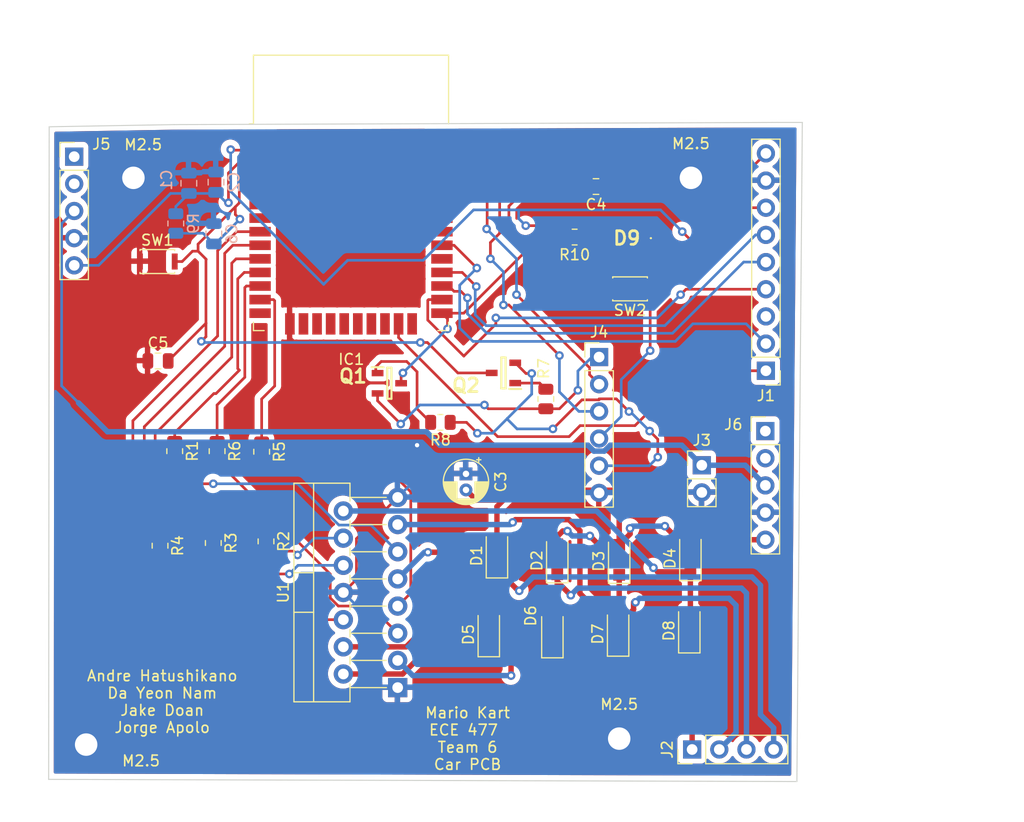
<source format=kicad_pcb>
(kicad_pcb (version 20211014) (generator pcbnew)
  (layers (0 "F.Cu" signal) (31 "B.Cu" signal) (34 "B.Paste" user) (35 "F.Paste" user) (36 "B.SilkS" user "B.Silkscreen") (37 "F.SilkS" user "F.Silkscreen") (38 "B.Mask" user) (39 "F.Mask" user) (44 "Edge.Cuts" user))
  (net 0 "")
  (net 1 "GND")
  (net 2 "OUT1")
  (net 3 "OUT2")
  (net 4 "OUT3")
  (net 5 "OUT4")
  (net 23 "Vout")
  (net 25 "GPIO0")
  (net 27 "EN")
  (net 28 "GPIO32")
  (net 29 "GPIO33")
  (net 30 "GPIO25")
  (net 31 "GPIO26")
  (net 32 "GPIO27")
  (net 33 "GPIO14")
  (net 34 "SS")
  (net 35 "MOSI")
  (net 36 "MISO")
  (net 37 "IRQ")
  (net 38 "SCK")
  (net 39 "RX")
  (net 40 "TX")
  (net 41 "DTR")
  (net 42 "CTS")
  (net 43 "B+")
  (net 48 "Net-(R2-Pad2)")
  (net 49 "Net-(Q2-Pad1)")
  (net 51 "Net-(Q1-Pad1)")
  (net 52 "Net-(R1-Pad2)")
  (net 53 "Net-(R3-Pad2)")
  (net 54 "Net-(R4-Pad2)")
  (net 55 "Net-(R5-Pad2)")
  (net 56 "Net-(R6-Pad2)")
  (net 57 "3.3V")
  (net 58 "Net-(D9-Pad2)")
  (footprint "Button_Switch_SMD:SW_SPST_CK_KXT3" (layer "F.Cu") (at 107.644 65.5468 180)
    (fp_text reference "SW2")
    (fp_text value "SW_Push")
  )
  (footprint "Resistor_SMD:R_0805_2012Metric" (layer "F.Cu") (at 65.0748 80.7193 -90)
    (fp_text reference "R1")
    (fp_text value "20")
  )
  (footprint "Diode_SMD:D_SOD-123F" (layer "F.Cu") (at 113.284 90.6272 90)
    (fp_text reference "D4")
    (fp_text value "IN4148")
  )
  (footprint "Connector_PinHeader_2.54mm:PinHeader_1x06_P2.54mm_Vertical" (layer "F.Cu") (at 104.7496 71.922)
    (fp_text reference "J4")
    (fp_text value "Conn_01x06_Female")
  )
  (footprint "Resistor_SMD:R_0805_2012Metric" (layer "F.Cu") (at 73.6092 89.154 -90)
    (fp_text reference "R2")
    (fp_text value "20")
  )
  (footprint "MountingHole:MountingHole_2.1mm" (layer "F.Cu") (at 106.6292 107.5944)
    (fp_text reference "M2.5")
    (fp_text value "MountingHole_2.1mm")
  )
  (footprint "Resistor_SMD:R_0805_2012Metric" (layer "F.Cu") (at 99.7712 75.8444 90)
    (fp_text reference "R7")
    (fp_text value "10k")
  )
  (footprint "Diode_SMD:D_SOD-123F" (layer "F.Cu") (at 94.4372 97.7392 90)
    (fp_text reference "D5")
    (fp_text value "IN4148")
  )
  (footprint "Connector_PinHeader_2.54mm:PinHeader_1x09_P2.54mm_Vertical" (layer "F.Cu") (at 120.3452 73.2028 180)
    (fp_text reference "J1")
    (fp_text value "Conn_01x09_Female")
  )
  (footprint "MountingHole:MountingHole_2.1mm" (layer "F.Cu") (at 113.3348 55.1688)
    (fp_text reference "M2.5")
    (fp_text value "MountingHole_2.1mm")
  )
  (footprint "Connector_PinHeader_2.54mm:PinHeader_1x04_P2.54mm_Vertical" (layer "F.Cu") (at 113.4464 108.6104 90)
    (fp_text reference "J2")
    (fp_text value "Conn_01x04_Male")
  )
  (footprint "Resistor_SMD:R_0805_2012Metric" (layer "F.Cu") (at 63.7032 89.5604 -90)
    (fp_text reference "R4")
    (fp_text value "20")
  )
  (footprint "Diode_SMD:D_SOD-123F" (layer "F.Cu") (at 106.6292 90.8812 90)
    (fp_text reference "D3")
    (fp_text value "IN4148")
  )
  (footprint "SamacSys_Parts:SOT95P240X115-3N" (layer "F.Cu") (at 95.8088 73.406 180)
    (fp_text reference "Q2")
    (fp_text value "SS8050-G" hide)
  )
  (footprint "SamacSys_Parts:APHCM2012QBCDF01" (layer "F.Cu") (at 107.3404 60.8076 180)
    (fp_text reference "D9")
    (fp_text value "LED" hide)
  )
  (footprint "Resistor_SMD:R_0805_2012Metric" (layer "F.Cu") (at 89.9141 78.0288 180)
    (fp_text reference "R8")
    (fp_text value "10k")
  )
  (footprint "Connector_PinHeader_2.54mm:PinHeader_1x02_P2.54mm_Vertical" (layer "F.Cu") (at 114.3508 82.037)
    (fp_text reference "J3")
    (fp_text value "Conn_01x02_Female")
  )
  (footprint "Resistor_SMD:R_0805_2012Metric" (layer "F.Cu") (at 68.6816 89.3064 -90)
    (fp_text reference "R3")
    (fp_text value "20")
  )
  (footprint "Resistor_SMD:R_0805_2012Metric" (layer "F.Cu") (at 73.2028 80.7739 -90)
    (fp_text reference "R5")
    (fp_text value "20")
  )
  (footprint "Package_TO_SOT_THT:TO-220-15_P2.54x2.54mm_StaggerOdd_Lead4.58mm_Vertical" (layer "F.Cu") (at 85.9198 102.8242 90)
    (fp_text reference "U1")
    (fp_text value "L298HN")
  )
  (footprint "MountingHole:MountingHole_2.1mm" (layer "F.Cu") (at 61.214 55.1688)
    (fp_text reference "M2.5")
    (fp_text value "MountingHole_2.1mm")
  )
  (footprint "Capacitor_THT:CP_Radial_D4.0mm_P1.50mm" (layer "F.Cu") (at 92.3036 82.843401 -90)
    (fp_text reference "C3")
    (fp_text value "10uF")
  )
  (footprint "Diode_SMD:D_SOD-123F" (layer "F.Cu") (at 100.3808 97.8408 90)
    (fp_text reference "D6")
    (fp_text value "IN4148")
  )
  (footprint "Diode_SMD:D_SOD-123F" (layer "F.Cu") (at 100.838 90.8304 90)
    (fp_text reference "D2")
    (fp_text value "IN4148")
  )
  (footprint "MountingHole:MountingHole_2.1mm" (layer "F.Cu") (at 56.7944 108.1532)
    (fp_text reference "M2.5")
    (fp_text value "MountingHole_2.1mm")
  )
  (footprint "Diode_SMD:D_SOD-123F" (layer "F.Cu") (at 95.1992 90.3732 90)
    (fp_text reference "D1")
    (fp_text value "IN4148")
  )
  (footprint "Button_Switch_SMD:SW_SPST_CK_KXT3" (layer "F.Cu") (at 63.4492 62.992)
    (fp_text reference "SW1")
    (fp_text value "SW_Push")
  )
  (footprint "Connector_PinHeader_2.54mm:PinHeader_1x05_P2.54mm_Vertical" (layer "F.Cu") (at 120.2944 78.8416)
    (fp_text reference "J6")
    (fp_text value "Conn_01x05_Female")
  )
  (footprint "Connector_PinHeader_2.54mm:PinHeader_1x05_P2.54mm_Vertical" (layer "F.Cu") (at 55.6768 53.1876)
    (fp_text reference "J5")
    (fp_text value "Conn_01x05_Female")
  )
  (footprint "Resistor_SMD:R_0805_2012Metric" (layer "F.Cu") (at 69.0372 80.7212 -90)
    (fp_text reference "R6")
    (fp_text value "20")
  )
  (footprint "RF_Module:ESP32-SOLO-ONE" (layer "F.Cu") (at 81.5568 59.5668)
    (fp_text reference "IC1")
    (fp_text value "ESP32-SOLO-1")
  )
  (footprint "Diode_SMD:D_SOD-123F" (layer "F.Cu") (at 106.5276 97.6884 90)
    (fp_text reference "D7")
    (fp_text value "IN4148")
  )
  (footprint "Resistor_SMD:R_0805_2012Metric" (layer "F.Cu") (at 102.4636 60.706 180)
    (fp_text reference "R10")
    (fp_text value "10k")
  )
  (footprint "Capacitor_SMD:C_0805_2012Metric" (layer "F.Cu") (at 104.46 55.9816 180)
    (fp_text reference "C4")
    (fp_text value "100nF")
  )
  (footprint "SamacSys_Parts:SOT95P240X115-3N" (layer "F.Cu") (at 85.1408 74.3712)
    (fp_text reference "Q1")
    (fp_text value "SS8050-G" hide)
  )
  (footprint "Capacitor_SMD:C_0805_2012Metric" (layer "F.Cu") (at 63.5152 72.2884)
    (fp_text reference "C5")
    (fp_text value "100nF")
  )
  (footprint "Diode_SMD:D_SOD-123F" (layer "F.Cu") (at 113.1824 97.3836 90)
    (fp_text reference "D8")
    (fp_text value "IN4148")
  )
  (footprint "Capacitor_SMD:C_0805_2012Metric" (layer "B.Cu") (at 68.9356 55.5752 90)
    (fp_text reference "C2")
    (fp_text value "100nF")
  )
  (footprint "Resistor_SMD:R_0805_2012Metric" (layer "B.Cu") (at 65.1764 59.4341 90)
    (fp_text reference "R9")
    (fp_text value "10k")
  )
  (footprint "Capacitor_SMD:C_0805_2012Metric" (layer "B.Cu") (at 66.3956 55.6768 90)
    (fp_text reference "C1")
    (fp_text value "22uF")
  )
  (footprint "Capacitor_SMD:C_0805_2012Metric" (layer "B.Cu") (at 68.7324 60.4012 90)
    (fp_text reference "C6")
    (fp_text value "100nF")
  )
  (gr_line (start 53.2892 111.4044) (end 53.34 50.3936) (layer "Edge.Cuts") (width 0.1))
  (gr_line (start 123.2408 111.6076) (end 53.2892 111.4044) (layer "Edge.Cuts") (width 0.1))
  (gr_line (start 121.4628 49.9872) (end 123.7488 49.9872) (layer "Edge.Cuts") (width 0.1))
  (gr_line (start 65.024 50.1904) (end 121.4628 49.9872) (layer "Edge.Cuts") (width 0.1))
  (gr_line (start 123.7488 49.9872) (end 123.2408 111.6076) (layer "Edge.Cuts") (width 0.1))
  (gr_line (start 53.34 50.3936) (end 65.024 50.1904) (layer "Edge.Cuts") (width 0.1))
  (gr_text "Andre Hatushikano\nDa Yeon Nam\nJake Doan\nJorge Apolo" (at 63.9064 104.14) (layer "F.SilkS") (effects (font (size 1 1))))
  (gr_text "Mario Kart\nECE 477 \nTeam 6\nCar PCB\n" (at 92.456 107.5944) (layer "F.SilkS") (effects (font (size 1 1))))
  (segment (start 85.9324 80.1624) (end 87.7316 80.1624) (width 0.25) (layer "F.Cu") (net 1))
  (segment (start 106.5276 102.0672) (end 105.7706 102.8242) (width 0.25) (layer "F.Cu") (net 1))
  (segment (start 75.8418 63.8582) (end 81.28 58.42) (width 0.25) (layer "F.Cu") (net 1))
  (segment (start 106.5276 101.6) (end 106.5276 102.0672) (width 0.25) (layer "F.Cu") (net 1))
  (segment (start 105.7706 102.8242) (end 106.7258 102.8242) (width 0.25) (layer "F.Cu") (net 1))
  (segment (start 90.0568 51.3118) (end 100.7402 51.3118) (width 0.25) (layer "F.Cu") (net 1))
  (segment (start 113.1824 102.0572) (end 112.4154 102.8242) (width 0.25) (layer "F.Cu") (net 1))
  (segment (start 90.0568 51.3118) (end 88.3882 51.3118) (width 0.25) (layer "F.Cu") (net 1))
  (segment (start 113.1824 98.7836) (end 113.1824 102.0572) (width 0.25) (layer "F.Cu") (net 1))
  (segment (start 85.9198 85.0442) (end 82.064311 88.899689) (width 0.25) (layer "F.Cu") (net 1))
  (segment (start 100.3808 102.0572) (end 99.7154 102.7226) (width 0.25) (layer "F.Cu") (net 1))
  (segment (start 100.7402 51.3118) (end 105.41 55.9816) (width 0.25) (layer "F.Cu") (net 1))
  (segment (start 106.5276 99.0884) (end 106.5276 101.6) (width 0.25) (layer "F.Cu") (net 1))
  (segment (start 75.8418 70.0718) (end 85.9324 80.1624) (width 0.25) (layer "F.Cu") (net 1))
  (segment (start 100.4366 102.8242) (end 105.7706 102.8242) (width 0.25) (layer "F.Cu") (net 1))
  (segment (start 75.8418 68.8218) (end 75.8418 70.0718) (width 0.25) (layer "F.Cu") (net 1))
  (segment (start 88.3882 51.3118) (end 81.28 58.42) (width 0.25) (layer "F.Cu") (net 1))
  (segment (start 85.9198 102.8242) (end 93.6802 102.8242) (width 0.25) (layer "F.Cu") (net 1))
  (segment (start 75.8418 68.8218) (end 75.8418 63.8582) (width 0.25) (layer "F.Cu") (net 1))
  (segment (start 74.1718 51.3118) (end 81.28 58.42) (width 0.25) (layer "F.Cu") (net 1))
  (segment (start 106.7258 102.8242) (end 112.4154 102.8242) (width 0.25) (layer "F.Cu") (net 1))
  (segment (start 94.4372 99.1392) (end 94.4372 102.0064) (width 0.25) (layer "F.Cu") (net 1))
  (segment (start 99.7154 102.8242) (end 100.4366 102.8242) (width 0.25) (layer "F.Cu") (net 1))
  (segment (start 99.7154 102.7226) (end 99.7154 102.8242) (width 0.25) (layer "F.Cu") (net 1))
  (segment (start 93.6802 102.8242) (end 93.6802 102.7634) (width 0.25) (layer "F.Cu") (net 1))
  (segment (start 82.064311 88.899689) (end 82.064311 92.709689) (width 0.25) (layer "F.Cu") (net 1))
  (segment (start 93.6802 102.8242) (end 94.3306 102.8242) (width 0.25) (layer "F.Cu") (net 1))
  (segment (start 94.3306 102.8242) (end 99.7154 102.8242) (width 0.25) (layer "F.Cu") (net 1))
  (segment (start 93.6802 102.7634) (end 94.4372 102.0064) (width 0.25) (layer "F.Cu") (net 1))
  (segment (start 82.064311 92.709689) (end 80.8398 93.9342) (width 0.25) (layer "F.Cu") (net 1))
  (segment (start 100.3808 99.2408) (end 100.3808 102.0572) (width 0.25) (layer "F.Cu") (net 1))
  (via (at 87.7316 80.1624) (size 0.8) (drill 0.4) (layers "F.Cu" "B.Cu") (net 1))
  (segment (start 84.2314 102.8242) (end 83.4644 102.0572) (width 0.25) (layer "B.Cu") (net 1))
  (segment (start 87.744911 83.219089) (end 85.9198 85.0442) (width 0.25) (layer "B.Cu") (net 1))
  (segment (start 87.7316 80.1624) (end 87.744911 80.175711) (width 0.25) (layer "B.Cu") (net 1))
  (segment (start 83.4644 96.5588) (end 80.8398 93.9342) (width 0.25) (layer "B.Cu") (net 1))
  (segment (start 87.744911 80.175711) (end 87.744911 82.614111) (width 0.25) (layer "B.Cu") (net 1))
  (segment (start 87.974201 82.843401) (end 92.3036 82.843401) (width 0.25) (layer "B.Cu") (net 1))
  (segment (start 85.9198 102.8242) (end 84.2314 102.8242) (width 0.25) (layer "B.Cu") (net 1))
  (segment (start 87.744911 82.614111) (end 87.974201 82.843401) (width 0.25) (layer "B.Cu") (net 1))
  (segment (start 87.744911 82.614111) (end 87.744911 83.219089) (width 0.25) (layer "B.Cu") (net 1))
  (segment (start 83.4644 102.0572) (end 83.4644 96.5588) (width 0.25) (layer "B.Cu") (net 1))
  (segment (start 95.1992 95.5772) (end 94.4372 96.3392) (width 0.508) (layer "F.Cu") (net 2))
  (segment (start 97.2028 93.7768) (end 95.1992 91.7732) (width 0.508) (layer "F.Cu") (net 2))
  (segment (start 86.381521 101.5542) (end 80.8398 101.5542) (width 0.508) (layer "F.Cu") (net 2))
  (segment (start 97.282 93.7768) (end 97.2028 93.7768) (width 0.25) (layer "F.Cu") (net 2))
  (segment (start 95.1992 92.736521) (end 86.381521 101.5542) (width 0.508) (layer "F.Cu") (net 2))
  (segment (start 95.1992 91.7732) (end 95.1992 95.5772) (width 0.508) (layer "F.Cu") (net 2))
  (via (at 97.282 93.7768) (size 0.8) (drill 0.4) (layers "F.Cu" "B.Cu") (net 2))
  (segment (start 98.5788 92.48) (end 97.282 93.7768) (width 0.508) (layer "B.Cu") (net 2))
  (segment (start 119.0512 92.48) (end 98.5788 92.48) (width 0.508) (layer "B.Cu") (net 2))
  (segment (start 121.0664 108.6104) (end 121.0664 106.5884) (width 0.508) (layer "B.Cu") (net 2))
  (segment (start 119.8372 93.2688) (end 119.0512 92.4828) (width 0.508) (layer "B.Cu") (net 2))
  (segment (start 121.0664 106.5884) (end 119.8372 105.3592) (width 0.508) (layer "B.Cu") (net 2))
  (segment (start 119.8372 105.3592) (end 119.8372 93.2688) (width 0.508) (layer "B.Cu") (net 2))
  (segment (start 119.0512 92.4828) (end 119.0512 92.48) (width 0.25) (layer "B.Cu") (net 2))
  (segment (start 100.3808 96.4408) (end 96.52 100.3016) (width 0.508) (layer "F.Cu") (net 3))
  (segment (start 96.52 100.3016) (end 96.52 101.7016) (width 0.508) (layer "F.Cu") (net 3))
  (segment (start 102.103701 94.187499) (end 100.838 92.921798) (width 0.508) (layer "F.Cu") (net 3))
  (segment (start 100.838 95.9836) (end 100.3808 96.4408) (width 0.25) (layer "F.Cu") (net 3))
  (segment (start 100.838 92.2304) (end 100.838 95.9836) (width 0.508) (layer "F.Cu") (net 3))
  (via (at 102.103701 94.187499) (size 0.8) (drill 0.4) (layers "F.Cu" "B.Cu") (net 3))
  (via (at 96.52 101.7016) (size 0.8) (drill 0.4) (layers "F.Cu" "B.Cu") (net 3))
  (segment (start 102.7684 93.5228) (end 102.103701 94.187499) (width 0.508) (layer "B.Cu") (net 3))
  (segment (start 118.0592 93.5228) (end 102.7684 93.5228) (width 0.508) (layer "B.Cu") (net 3))
  (segment (start 118.5264 108.6104) (end 118.5264 93.99) (width 0.508) (layer "B.Cu") (net 3))
  (segment (start 118.5264 93.99) (end 118.0592 93.5228) (width 0.508) (layer "B.Cu") (net 3))
  (segment (start 96.52 101.7016) (end 87.3372 101.7016) (width 0.508) (layer "B.Cu") (net 3))
  (segment (start 87.3372 101.7016) (end 85.9198 100.2842) (width 0.508) (layer "B.Cu") (net 3))
  (segment (start 102.957212 88.149064) (end 101.930148 87.122) (width 0.508) (layer "F.Cu") (net 4))
  (segment (start 108.1532 94.8436) (end 107.9724 94.8436) (width 0.25) (layer "F.Cu") (net 4))
  (segment (start 107.9724 95.5324) (end 107.9724 94.8436) (width 0.508) (layer "F.Cu") (net 4))
  (segment (start 96.774 87.2744) (end 96.6724 87.376) (width 0.25) (layer "F.Cu") (net 4))
  (segment (start 106.5276 96.2884) (end 105.2292 96.2884) (width 0.508) (layer "F.Cu") (net 4))
  (segment (start 107.2164 96.2884) (end 107.9724 95.5324) (width 0.508) (layer "F.Cu") (net 4))
  (segment (start 106.5276 96.2884) (end 107.2164 96.2884) (width 0.508) (layer "F.Cu") (net 4))
  (segment (start 105.2292 96.2884) (end 102.957212 94.016412) (width 0.508) (layer "F.Cu") (net 4))
  (segment (start 106.6292 92.2812) (end 106.6292 96.1868) (width 0.508) (layer "F.Cu") (net 4))
  (segment (start 102.957212 94.016412) (end 102.957212 88.149064) (width 0.508) (layer "F.Cu") (net 4))
  (segment (start 101.930148 87.122) (end 96.9264 87.122) (width 0.508) (layer "F.Cu") (net 4))
  (segment (start 96.9264 87.122) (end 96.774 87.2744) (width 0.508) (layer "F.Cu") (net 4))
  (via (at 96.6724 87.376) (size 0.8) (drill 0.4) (layers "F.Cu" "B.Cu") (net 4))
  (via (at 108.1532 94.8436) (size 0.8) (drill 0.4) (layers "F.Cu" "B.Cu") (net 4))
  (segment (start 108.5168 94.48) (end 116.8988 94.48) (width 0.508) (layer "B.Cu") (net 4))
  (segment (start 96.4642 87.5842) (end 85.9198 87.5842) (width 0.508) (layer "B.Cu") (net 4))
  (segment (start 116.8988 94.48) (end 117.5512 95.1324) (width 0.508) (layer "B.Cu") (net 4))
  (segment (start 117.5512 95.1324) (end 117.5512 107.0456) (width 0.508) (layer "B.Cu") (net 4))
  (segment (start 108.1532 94.8436) (end 108.5168 94.48) (width 0.508) (layer "B.Cu") (net 4))
  (segment (start 96.6724 87.376) (end 96.4642 87.5842) (width 0.25) (layer "B.Cu") (net 4))
  (segment (start 117.5512 107.0456) (end 115.9864 108.6104) (width 0.508) (layer "B.Cu") (net 4))
  (segment (start 115.5192 98.3204) (end 113.1824 95.9836) (width 0.508) (layer "F.Cu") (net 5))
  (segment (start 113.284 95.882) (end 113.1824 95.9836) (width 0.25) (layer "F.Cu") (net 5))
  (segment (start 113.284 92.0272) (end 113.284 95.882) (width 0.508) (layer "F.Cu") (net 5))
  (segment (start 113.4464 108.6104) (end 113.4464 104.638) (width 0.508) (layer "F.Cu") (net 5))
  (segment (start 110.2019 91.9988) (end 113.2556 91.9988) (width 0.508) (layer "F.Cu") (net 5))
  (segment (start 109.8296 91.6265) (end 110.2019 91.9988) (width 0.25) (layer "F.Cu") (net 5))
  (segment (start 113.4464 104.638) (end 115.5192 102.5652) (width 0.508) (layer "F.Cu") (net 5))
  (segment (start 115.5192 102.5652) (end 115.5192 98.3204) (width 0.508) (layer "F.Cu") (net 5))
  (segment (start 113.2556 91.9988) (end 113.284 92.0272) (width 0.25) (layer "F.Cu") (net 5))
  (via (at 109.8296 91.6265) (size 0.8) (drill 0.4) (layers "F.Cu" "B.Cu") (net 5))
  (segment (start 104.5173 86.3142) (end 109.8296 91.6265) (width 0.508) (layer "B.Cu") (net 5))
  (segment (start 80.8398 86.3142) (end 104.5173 86.3142) (width 0.508) (layer "B.Cu") (net 5))
  (segment (start 88.5952 92.964) (end 88.5952 97.1296) (width 0.508) (layer "F.Cu") (net 23))
  (segment (start 95.8088 85.2932) (end 93.253399 85.2932) (width 0.508) (layer "F.Cu") (net 23))
  (segment (start 96.732 84.37) (end 106.4172 84.37) (width 0.5) (layer "F.Cu") (net 23))
  (segment (start 101.7899 88.1888) (end 101.346 88.1888) (width 0.508) (layer "F.Cu") (net 23))
  (segment (start 104.7212 89.4812) (end 103.886 88.646) (width 0.508) (layer "F.Cu") (net 23))
  (segment (start 106.6292 89.4812) (end 106.6292 84.582) (width 0.508) (layer "F.Cu") (net 23))
  (segment (start 88.7476 90.17) (end 89.8652 90.17) (width 0.508) (layer "F.Cu") (net 23))
  (segment (start 107.6452 88.4652) (end 106.6292 89.4812) (width 0.508) (layer "F.Cu") (net 23))
  (segment (start 86.7106 99.0142) (end 80.8398 99.0142) (width 0.508) (layer "F.Cu") (net 23))
  (segment (start 112.392 89.2272) (end 110.8964 87.7316) (width 0.508) (layer "F.Cu") (net 23))
  (segment (start 90.6272 90.932) (end 88.5952 92.964) (width 0.508) (layer "F.Cu") (net 23))
  (segment (start 120.2944 89.0016) (end 113.5096 89.0016) (width 0.508) (layer "F.Cu") (net 23))
  (segment (start 113.5096 89.0016) (end 113.284 89.2272) (width 0.25) (layer "F.Cu") (net 23))
  (segment (start 95.1992 88.9732) (end 95.1992 85.9028) (width 0.5) (layer "F.Cu") (net 23))
  (segment (start 95.1992 88.9732) (end 92.586 88.9732) (width 0.5) (layer "F.Cu") (net 23))
  (segment (start 113.284 89.2272) (end 112.392 89.2272) (width 0.508) (layer "F.Cu") (net 23))
  (segment (start 89.8652 90.17) (end 90.6272 90.932) (width 0.508) (layer "F.Cu") (net 23))
  (segment (start 95.1992 85.9028) (end 95.8088 85.2932) (width 0.5) (layer "F.Cu") (net 23))
  (segment (start 88.5952 97.1296) (end 86.7106 99.0142) (width 0.508) (layer "F.Cu") (net 23))
  (segment (start 100.838 89.4304) (end 95.6564 89.4304) (width 0.508) (layer "F.Cu") (net 23))
  (segment (start 107.6452 87.9348) (end 107.6452 88.4652) (width 0.508) (layer "F.Cu") (net 23))
  (segment (start 95.6564 89.4304) (end 95.1992 88.9732) (width 0.508) (layer "F.Cu") (net 23))
  (segment (start 92.586 88.9732) (end 90.6272 90.932) (width 0.5) (layer "F.Cu") (net 23))
  (segment (start 95.8088 85.2932) (end 96.732 84.37) (width 0.5) (layer "F.Cu") (net 23))
  (segment (start 100.838 88.6968) (end 100.838 89.4304) (width 0.508) (layer "F.Cu") (net 23))
  (segment (start 106.6292 89.4812) (end 104.7212 89.4812) (width 0.508) (layer "F.Cu") (net 23))
  (segment (start 93.253399 85.2932) (end 92.3036 84.343401) (width 0.508) (layer "F.Cu") (net 23))
  (segment (start 106.6292 84.582) (end 106.4172 84.37) (width 0.5) (layer "F.Cu") (net 23))
  (segment (start 101.346 88.1888) (end 100.838 88.6968) (width 0.508) (layer "F.Cu") (net 23))
  (via (at 103.886 88.646) (size 0.8) (drill 0.4) (layers "F.Cu" "B.Cu") (net 23))
  (via (at 101.7899 88.1888) (size 0.8) (drill 0.4) (layers "F.Cu" "B.Cu") (net 23))
  (via (at 107.6452 87.9348) (size 0.8) (drill 0.4) (layers "F.Cu" "B.Cu") (net 23))
  (via (at 88.7476 90.17) (size 0.8) (drill 0.4) (layers "F.Cu" "B.Cu") (net 23))
  (via (at 110.8964 87.7316) (size 0.8) (drill 0.4) (layers "F.Cu" "B.Cu") (net 23))
  (segment (start 88.414 90.17) (end 88.7476 90.17) (width 0.25) (layer "B.Cu") (net 23))
  (segment (start 102.2471 88.646) (end 101.7899 88.1888) (width 0.508) (layer "B.Cu") (net 23))
  (segment (start 103.886 88.646) (end 102.2471 88.646) (width 0.508) (layer "B.Cu") (net 23))
  (segment (start 110.8964 87.7316) (end 107.8484 87.7316) (width 0.508) (layer "B.Cu") (net 23))
  (segment (start 85.9198 92.6642) (end 88.414 90.17) (width 0.508) (layer "B.Cu") (net 23))
  (segment (start 107.8484 87.7316) (end 107.6452 87.9348) (width 0.25) (layer "B.Cu") (net 23))
  (segment (start 96.3168 60.7196) (end 97.7578 62.1606) (width 0.25) (layer "F.Cu") (net 25))
  (segment (start 86.2408 74.3712) (end 86.2408 73.576) (width 0.25) (layer "F.Cu") (net 25))
  (segment (start 98.1456 55.9816) (end 96.3168 57.8104) (width 0.25) (layer "F.Cu") (net 25))
  (segment (start 96.3168 57.8104) (end 96.3168 60.7196) (width 0.25) (layer "F.Cu") (net 25))
  (segment (start 90.580699 68.345699) (end 90.0568 67.8218) (width 0.25) (layer "F.Cu") (net 25))
  (segment (start 103.51 55.9816) (end 98.1456 55.9816) (width 0.25) (layer "F.Cu") (net 25))
  (segment (start 92.0966 67.8218) (end 97.7578 62.1606) (width 0.25) (layer "F.Cu") (net 25))
  (segment (start 97.7578 62.1606) (end 101.144 65.5468) (width 0.25) (layer "F.Cu") (net 25))
  (segment (start 90.0568 67.8218) (end 92.0966 67.8218) (width 0.25) (layer "F.Cu") (net 25))
  (segment (start 86.2408 73.576) (end 86.4108 73.406) (width 0.25) (layer "F.Cu") (net 25))
  (segment (start 90.580699 69.286901) (end 90.580699 68.345699) (width 0.25) (layer "F.Cu") (net 25))
  (segment (start 106.019 65.5468) (end 101.144 65.5468) (width 0.25) (layer "F.Cu") (net 25))
  (via (at 90.580699 69.286901) (size 0.8) (drill 0.4) (layers "F.Cu" "B.Cu") (net 25))
  (via (at 86.4108 73.406) (size 0.8) (drill 0.4) (layers "F.Cu" "B.Cu") (net 25))
  (segment (start 86.4108 73.406) (end 90.529899 69.286901) (width 0.25) (layer "B.Cu") (net 25))
  (segment (start 90.529899 69.286901) (end 90.580699 69.286901) (width 0.25) (layer "B.Cu") (net 25))
  (segment (start 71.8068 53.8518) (end 73.0568 53.8518) (width 0.25) (layer "F.Cu") (net 27))
  (segment (start 67.559701 70.455301) (end 67.9958 70.019202) (width 0.25) (layer "F.Cu") (net 27))
  (segment (start 67.9958 68.7578) (end 67.9958 62.7846) (width 0.25) (layer "F.Cu") (net 27))
  (segment (start 88.6968 70.5612) (end 91.5416 73.406) (width 0.25) (layer "F.Cu") (net 27))
  (segment (start 71.11232 54.54628) (end 71.8068 53.8518) (width 0.25) (layer "F.Cu") (net 27))
  (segment (start 68.0212 62.7888) (end 67.2592 62.0268) (width 0.25) (layer "F.Cu") (net 27))
  (segment (start 70.739 58.5978) (end 70.739 57.8866) (width 0.25) (layer "F.Cu") (net 27))
  (segment (start 70.739 57.8866) (end 71.11232 57.51328) (width 0.25) (layer "F.Cu") (net 27))
  (segment (start 67.9958 70.019202) (end 67.9958 68.7578) (width 0.25) (layer "F.Cu") (net 27))
  (segment (start 67.2592 62.0268) (end 67.2592 61.3664) (width 0.25) (layer "F.Cu") (net 27))
  (segment (start 71.1708 59.0296) (end 70.739 58.5978) (width 0.25) (layer "F.Cu") (net 27))
  (segment (start 65.77 62.992) (end 65.0742 62.992) (width 0.25) (layer "F.Cu") (net 27))
  (segment (start 64.4652 72.2884) (end 67.9958 68.7578) (width 0.25) (layer "F.Cu") (net 27))
  (segment (start 94.7088 73.406) (end 91.5416 73.406) (width 0.25) (layer "F.Cu") (net 27))
  (segment (start 67.2592 61.3664) (end 70.739 57.8866) (width 0.25) (layer "F.Cu") (net 27))
  (segment (start 66.7352 62.0268) (end 65.77 62.992) (width 0.25) (layer "F.Cu") (net 27))
  (segment (start 71.11232 57.51328) (end 71.11232 54.54628) (width 0.25) (layer "F.Cu") (net 27))
  (segment (start 88.6968 70.5612) (end 88.0364 70.5612) (width 0.25) (layer "F.Cu") (net 27))
  (segment (start 67.2592 62.0268) (end 66.7352 62.0268) (width 0.25) (layer "F.Cu") (net 27))
  (via (at 71.1708 59.0296) (size 0.8) (drill 0.4) (layers "F.Cu" "B.Cu") (net 27))
  (via (at 67.559701 70.455301) (size 0.8) (drill 0.4) (layers "F.Cu" "B.Cu") (net 27))
  (via (at 88.0364 70.5612) (size 0.8) (drill 0.4) (layers "F.Cu" "B.Cu") (net 27))
  (segment (start 65.1764 60.3466) (end 67.7278 60.3466) (width 0.25) (layer "B.Cu") (net 27))
  (segment (start 67.6656 70.5612) (end 67.559701 70.455301) (width 0.25) (layer "B.Cu") (net 27))
  (segment (start 68.8492 61.3512) (end 71.1708 59.0296) (width 0.25) (layer "B.Cu") (net 27))
  (segment (start 88.0364 70.5612) (end 67.6656 70.5612) (width 0.25) (layer "B.Cu") (net 27))
  (segment (start 68.7324 61.3512) (end 68.8492 61.3512) (width 0.25) (layer "B.Cu") (net 27))
  (segment (start 67.7278 60.3466) (end 68.7324 61.3512) (width 0.25) (layer "B.Cu") (net 27))
  (segment (start 61.1632 85.8012) (end 61.1632 77.8764) (width 0.25) (layer "F.Cu") (net 28))
  (segment (start 69.088 61.976) (end 70.8622 60.2018) (width 0.25) (layer "F.Cu") (net 28))
  (segment (start 63.7032 88.3412) (end 61.1632 85.8012) (width 0.25) (layer "F.Cu") (net 28))
  (segment (start 61.1632 77.8764) (end 69.088 69.9516) (width 0.25) (layer "F.Cu") (net 28))
  (segment (start 70.8622 60.2018) (end 73.0568 60.2018) (width 0.25) (layer "F.Cu") (net 28))
  (segment (start 63.7032 88.6479) (end 63.7032 88.3412) (width 0.25) (layer "F.Cu") (net 28))
  (segment (start 69.088 69.9516) (end 69.088 61.976) (width 0.25) (layer "F.Cu") (net 28))
  (segment (start 62.23 78.4352) (end 62.23 84.0232) (width 0.25) (layer "F.Cu") (net 29))
  (segment (start 62.23 78.4352) (end 69.7484 70.9168) (width 0.25) (layer "F.Cu") (net 29))
  (segment (start 69.7484 62.23) (end 70.5066 61.4718) (width 0.25) (layer "F.Cu") (net 29))
  (segment (start 68.6816 88.3939) (end 66.6007 88.3939) (width 0.25) (layer "F.Cu") (net 29))
  (segment (start 66.6007 88.3939) (end 62.23 84.0232) (width 0.25) (layer "F.Cu") (net 29))
  (segment (start 69.7484 70.9168) (end 69.7484 62.23) (width 0.25) (layer "F.Cu") (net 29))
  (segment (start 70.5066 61.4718) (end 73.0568 61.4718) (width 0.25) (layer "F.Cu") (net 29))
  (segment (start 70.8114 62.7418) (end 73.0568 62.7418) (width 0.25) (layer "F.Cu") (net 30))
  (segment (start 70.3561 84.9884) (end 65.2272 84.9884) (width 0.25) (layer "F.Cu") (net 30))
  (segment (start 73.6092 88.2415) (end 70.3561 84.9884) (width 0.25) (layer "F.Cu") (net 30))
  (segment (start 70.4088 71.9328) (end 70.4088 63.1444) (width 0.25) (layer "F.Cu") (net 30))
  (segment (start 63.246 82.9564) (end 63.246 79.0956) (width 0.25) (layer "F.Cu") (net 30))
  (segment (start 65.2272 84.9884) (end 63.246 83.0072) (width 0.25) (layer "F.Cu") (net 30))
  (segment (start 70.4088 63.1444) (end 70.8114 62.7418) (width 0.25) (layer "F.Cu") (net 30))
  (segment (start 63.246 79.0956) (end 70.4088 71.9328) (width 0.25) (layer "F.Cu") (net 30))
  (segment (start 65.0748 79.8068) (end 65.0748 78.994) (width 0.25) (layer "F.Cu") (net 31))
  (segment (start 71.12 73.152) (end 68.9356 75.3364) (width 0.25) (layer "F.Cu") (net 31))
  (segment (start 70.9676 72.9996) (end 71.12 73.152) (width 0.25) (layer "F.Cu") (net 31))
  (segment (start 65.0748 78.994) (end 68.7324 75.3364) (width 0.25) (layer "F.Cu") (net 31))
  (segment (start 70.9676 64.6176) (end 70.9676 72.9996) (width 0.25) (layer "F.Cu") (net 31))
  (segment (start 73.0568 64.0118) (end 71.5734 64.0118) (width 0.25) (layer "F.Cu") (net 31))
  (segment (start 71.5734 64.0118) (end 70.9676 64.6176) (width 0.25) (layer "F.Cu") (net 31))
  (segment (start 68.9356 75.3364) (end 68.7324 75.3364) (width 0.25) (layer "F.Cu") (net 31))
  (segment (start 71.628 65.4304) (end 71.628 73.8124) (width 0.25) (layer "F.Cu") (net 32))
  (segment (start 69.0372 79.8087) (end 69.0372 76.4032) (width 0.25) (layer "F.Cu") (net 32))
  (segment (start 69.0372 76.4032) (end 71.628 73.8124) (width 0.25) (layer "F.Cu") (net 32))
  (segment (start 71.7766 65.2818) (end 71.628 65.4304) (width 0.25) (layer "F.Cu") (net 32))
  (segment (start 73.0568 65.2818) (end 71.7766 65.2818) (width 0.25) (layer "F.Cu") (net 32))
  (segment (start 74.422 66.667) (end 74.3068 66.5518) (width 0.25) (layer "F.Cu") (net 33))
  (segment (start 73.2028 79.8614) (end 73.2028 75.8444) (width 0.25) (layer "F.Cu") (net 33))
  (segment (start 73.2028 75.8444) (end 74.422 74.6252) (width 0.25) (layer "F.Cu") (net 33))
  (segment (start 74.422 74.6252) (end 74.422 66.667) (width 0.25) (layer "F.Cu") (net 33))
  (segment (start 74.3068 66.5518) (end 73.0568 66.5518) (width 0.25) (layer "F.Cu") (net 33))
  (segment (start 101.942289 79.362911) (end 102.9716 78.3336) (width 0.25) (layer "F.Cu") (net 34))
  (segment (start 86.0018 70.1014) (end 95.263311 79.362911) (width 0.25) (layer "F.Cu") (net 34))
  (segment (start 102.9716 78.3336) (end 108.1024 78.3336) (width 0.25) (layer "F.Cu") (net 34))
  (segment (start 95.263311 79.362911) (end 101.942289 79.362911) (width 0.25) (layer "F.Cu") (net 34))
  (segment (start 86.0018 68.8218) (end 86.0018 70.1014) (width 0.25) (layer "F.Cu") (net 34))
  (segment (start 108.1024 78.3336) (end 113.2332 73.2028) (width 0.25) (layer "F.Cu") (net 34))
  (segment (start 113.2332 73.2028) (end 120.3452 73.2028) (width 0.25) (layer "F.Cu") (net 34))
  (segment (start 88.8068 66.5518) (end 88.732289 66.626311) (width 0.25) (layer "F.Cu") (net 35))
  (segment (start 88.732289 68.463089) (end 92.1004 71.8312) (width 0.25) (layer "F.Cu") (net 35))
  (segment (start 112.8776 65.5828) (end 120.3452 65.5828) (width 0.25) (layer "F.Cu") (net 35))
  (segment (start 112.3696 66.0908) (end 112.8776 65.5828) (width 0.25) (layer "F.Cu") (net 35))
  (segment (start 88.732289 66.626311) (end 88.732289 68.463089) (width 0.25) (layer "F.Cu") (net 35))
  (segment (start 92.1004 71.8312) (end 95.0976 68.834) (width 0.25) (layer "F.Cu") (net 35))
  (segment (start 95.0976 68.834) (end 95.0976 68.2619) (width 0.25) (layer "F.Cu") (net 35))
  (segment (start 90.0568 66.5518) (end 88.8068 66.5518) (width 0.25) (layer "F.Cu") (net 35))
  (via (at 112.3696 66.0908) (size 0.8) (drill 0.4) (layers "F.Cu" "B.Cu") (net 35))
  (via (at 95.0976 68.2619) (size 0.8) (drill 0.4) (layers "F.Cu" "B.Cu") (net 35))
  (segment (start 110.1985 68.2619) (end 112.3696 66.0908) (width 0.25) (layer "B.Cu") (net 35))
  (segment (start 95.0976 68.2619) (end 110.1985 68.2619) (width 0.25) (layer "B.Cu") (net 35))
  (segment (start 90.0568 65.2818) (end 90.690511 65.2818) (width 0.25) (layer "F.Cu") (net 36))
  (segment (start 92.4427 66.391301) (end 91.828688 65.777289) (width 0.25) (layer "F.Cu") (net 36))
  (segment (start 90.690511 65.2818) (end 91.186 65.777289) (width 0.25) (layer "F.Cu") (net 36))
  (segment (start 91.828688 65.777289) (end 91.186 65.777289) (width 0.25) (layer "F.Cu") (net 36))
  (via (at 92.4427 66.391301) (size 0.8) (drill 0.4) (layers "F.Cu" "B.Cu") (net 36))
  (segment (start 118.2624 63.0428) (end 120.3452 63.0428) (width 0.25) (layer "B.Cu") (net 36))
  (segment (start 111.6076 69.6976) (end 94.258683 69.6976) (width 0.25) (layer "B.Cu") (net 36))
  (segment (start 92.4427 67.881617) (end 92.4427 66.391301) (width 0.25) (layer "B.Cu") (net 36))
  (segment (start 94.258683 69.6976) (end 92.4427 67.881617) (width 0.25) (layer "B.Cu") (net 36))
  (segment (start 111.6076 69.6976) (end 118.2624 63.0428) (width 0.25) (layer "B.Cu") (net 36))
  (segment (start 93.2688 65.3288) (end 91.9518 64.0118) (width 0.25) (layer "F.Cu") (net 37))
  (segment (start 91.9518 64.0118) (end 90.0568 64.0118) (width 0.25) (layer "F.Cu") (net 37))
  (via (at 93.2688 65.3288) (size 0.8) (drill 0.4) (layers "F.Cu" "B.Cu") (net 37))
  (segment (start 110.8964 68.9864) (end 119.38 60.5028) (width 0.25) (layer "B.Cu") (net 37))
  (segment (start 119.38 60.5028) (end 120.3452 60.5028) (width 0.25) (layer "B.Cu") (net 37))
  (segment (start 94.1832 68.9864) (end 110.8964 68.9864) (width 0.25) (layer "B.Cu") (net 37))
  (segment (start 93.1672 67.9704) (end 93.1672 65.4304) (width 0.25) (layer "B.Cu") (net 37))
  (segment (start 94.1832 68.9864) (end 93.1672 67.9704) (width 0.25) (layer "B.Cu") (net 37))
  (segment (start 93.1672 65.4304) (end 93.2688 65.3288) (width 0.25) (layer "B.Cu") (net 37))
  (segment (start 91.1898 61.4718) (end 90.0568 61.4718) (width 0.25) (layer "F.Cu") (net 38))
  (segment (start 93.3196 63.6016) (end 91.1898 61.4718) (width 0.25) (layer "F.Cu") (net 38))
  (via (at 93.3196 63.6016) (size 0.8) (drill 0.4) (layers "F.Cu" "B.Cu") (net 38))
  (segment (start 113.516907 68.812907) (end 118.495307 68.812907) (width 0.25) (layer "B.Cu") (net 38))
  (segment (start 91.718189 69.213789) (end 92.964 70.4596) (width 0.25) (layer "B.Cu") (net 38))
  (segment (start 91.718189 69.213789) (end 91.718189 65.203011) (width 0.25) (layer "B.Cu") (net 38))
  (segment (start 113.516907 68.812907) (end 111.870214 70.4596) (width 0.25) (layer "B.Cu") (net 38))
  (segment (start 118.495307 68.812907) (end 120.3452 70.6628) (width 0.25) (layer "B.Cu") (net 38))
  (segment (start 91.718189 65.203011) (end 93.3196 63.6016) (width 0.25) (layer "B.Cu") (net 38))
  (segment (start 111.870214 70.4596) (end 92.964 70.4596) (width 0.25) (layer "B.Cu") (net 38))
  (segment (start 103.8592 73.5716) (end 103.8592 73.096511) (width 0.25) (layer "F.Cu") (net 39))
  (segment (start 104.7496 74.462) (end 103.8592 73.5716) (width 0.25) (layer "F.Cu") (net 39))
  (segment (start 93.5774 56.3918) (end 90.0568 56.3918) (width 0.25) (layer "F.Cu") (net 39))
  (segment (start 94.2848 59.8932) (end 94.2848 57.0992) (width 0.25) (layer "F.Cu") (net 39))
  (segment (start 94.234 59.944) (end 94.2848 59.8932) (width 0.25) (layer "F.Cu") (net 39))
  (segment (start 94.2848 57.0992) (end 93.5774 56.3918) (width 0.25) (layer "F.Cu") (net 39))
  (segment (start 103.8592 72.922) (end 97.028 66.0908) (width 0.25) (layer "F.Cu") (net 39))
  (via (at 97.028 66.0908) (size 0.8) (drill 0.4) (layers "F.Cu" "B.Cu") (net 39))
  (via (at 94.234 59.944) (size 0.8) (drill 0.4) (layers "F.Cu" "B.Cu") (net 39))
  (segment (start 97.028 66.0908) (end 97.028 62.738) (width 0.25) (layer "B.Cu") (net 39))
  (segment (start 97.028 62.738) (end 94.234 59.944) (width 0.25) (layer "B.Cu") (net 39))
  (segment (start 94.5896 61.214) (end 95.4532 60.3504) (width 0.25) (layer "F.Cu") (net 40))
  (segment (start 95.4532 55.7784) (end 94.7966 55.1218) (width 0.25) (layer "F.Cu") (net 40))
  (segment (start 94.5896 62.738) (end 94.5896 61.214) (width 0.25) (layer "F.Cu") (net 40))
  (segment (start 94.7966 55.1218) (end 90.0568 55.1218) (width 0.25) (layer "F.Cu") (net 40))
  (segment (start 96.3168 67.056) (end 95.8088 67.056) (width 0.25) (layer "F.Cu") (net 40))
  (segment (start 95.4532 60.3504) (end 95.4532 55.7784) (width 0.25) (layer "F.Cu") (net 40))
  (segment (start 101.0412 71.7804) (end 96.3168 67.056) (width 0.25) (layer "F.Cu") (net 40))
  (via (at 101.0412 71.7804) (size 0.8) (drill 0.4) (layers "F.Cu" "B.Cu") (net 40))
  (via (at 95.8088 67.056) (size 0.8) (drill 0.4) (layers "F.Cu" "B.Cu") (net 40))
  (via (at 94.5896 62.738) (size 0.8) (drill 0.4) (layers "F.Cu" "B.Cu") (net 40))
  (segment (start 95.8088 63.9572) (end 94.5896 62.738) (width 0.25) (layer "B.Cu") (net 40))
  (segment (start 104.7496 77.002) (end 102.8592 77.002) (width 0.25) (layer "B.Cu") (net 40))
  (segment (start 101.0412 75.184) (end 101.0412 71.7804) (width 0.25) (layer "B.Cu") (net 40))
  (segment (start 95.8088 67.056) (end 95.8088 63.9572) (width 0.25) (layer "B.Cu") (net 40))
  (segment (start 102.8592 77.002) (end 101.0412 75.184) (width 0.25) (layer "B.Cu") (net 40))
  (segment (start 99.7712 76.7569) (end 101.0431 76.7569) (width 0.25) (layer "F.Cu") (net 41))
  (segment (start 94.3845 76.7569) (end 94.0308 76.4032) (width 0.25) (layer "F.Cu") (net 41))
  (segment (start 84.0408 76.0144) (end 84.0408 75.3212) (width 0.25) (layer "F.Cu") (net 41))
  (segment (start 99.7712 76.7569) (end 94.3845 76.7569) (width 0.25) (layer "F.Cu") (net 41))
  (segment (start 86.2076 78.1812) (end 84.0408 76.0144) (width 0.25) (layer "F.Cu") (net 41))
  (segment (start 101.0431 76.7569) (end 102.7684 75.0316) (width 0.25) (layer "F.Cu") (net 41))
  (via (at 86.2076 78.1812) (size 0.8) (drill 0.4) (layers "F.Cu" "B.Cu") (net 41))
  (via (at 94.0308 76.4032) (size 0.8) (drill 0.4) (layers "F.Cu" "B.Cu") (net 41))
  (via (at 102.7684 75.0316) (size 0.8) (drill 0.4) (layers "F.Cu" "B.Cu") (net 41))
  (segment (start 102.7684 75.0316) (end 102.7684 73.2282) (width 0.25) (layer "B.Cu") (net 41))
  (segment (start 87.9856 76.4032) (end 86.2076 78.1812) (width 0.25) (layer "B.Cu") (net 41))
  (segment (start 104.0746 71.922) (end 104.7496 71.922) (width 0.25) (layer "B.Cu") (net 41))
  (segment (start 102.7684 73.2282) (end 104.0746 71.922) (width 0.25) (layer "B.Cu") (net 41))
  (segment (start 94.0308 76.4032) (end 87.9856 76.4032) (width 0.25) (layer "B.Cu") (net 41))
  (segment (start 107.5436 77.0128) (end 106.358289 75.827489) (width 0.25) (layer "F.Cu") (net 42))
  (segment (start 90.8266 78.0288) (end 92.3544 78.0288) (width 0.25) (layer "F.Cu") (net 42))
  (segment (start 110.236 81.28) (end 110.236 79.6036) (width 0.25) (layer "F.Cu") (net 42))
  (segment (start 104.7496 75.922) (end 103.148 75.922) (width 0.25) (layer "F.Cu") (net 42))
  (segment (start 97.9096 73.4568) (end 96.9088 72.456) (width 0.25) (layer "F.Cu") (net 42))
  (segment (start 103.148 75.922) (end 100.4316 78.6384) (width 0.25) (layer "F.Cu") (net 42))
  (segment (start 110.236 79.6036) (end 109.474 78.8416) (width 0.25) (layer "F.Cu") (net 42))
  (segment (start 106.358289 75.827489) (end 104.7496 75.827489) (width 0.25) (layer "F.Cu") (net 42))
  (segment (start 92.3544 78.0288) (end 93.3704 79.0448) (width 0.25) (layer "F.Cu") (net 42))
  (segment (start 98.4504 73.4568) (end 97.9096 73.4568) (width 0.25) (layer "F.Cu") (net 42))
  (via (at 109.474 78.8416) (size 0.8) (drill 0.4) (layers "F.Cu" "B.Cu") (net 42))
  (via (at 98.4504 73.4568) (size 0.8) (drill 0.4) (layers "F.Cu" "B.Cu") (net 42))
  (via (at 107.5436 77.0128) (size 0.8) (drill 0.4) (layers "F.Cu" "B.Cu") (net 42))
  (via (at 93.3704 79.0448) (size 0.8) (drill 0.4) (layers "F.Cu" "B.Cu") (net 42))
  (via (at 100.4316 78.6384) (size 0.8) (drill 0.4) (layers "F.Cu" "B.Cu") (net 42))
  (via (at 110.236 81.28) (size 0.8) (drill 0.4) (layers "F.Cu" "B.Cu") (net 42))
  (segment (start 109.434 82.082) (end 110.236 81.28) (width 0.25) (layer "B.Cu") (net 42))
  (segment (start 97.0788 78.6384) (end 96.1898 77.7494) (width 0.25) (layer "B.Cu") (net 42))
  (segment (start 94.7928 79.0448) (end 96.1898 77.6478) (width 0.25) (layer "B.Cu") (net 42))
  (segment (start 93.3704 79.0448) (end 94.7928 79.0448) (width 0.25) (layer "B.Cu") (net 42))
  (segment (start 100.4316 78.6384) (end 97.0788 78.6384) (width 0.25) (layer "B.Cu") (net 42))
  (segment (start 96.1898 77.6478) (end 98.4504 75.3872) (width 0.25) (layer "B.Cu") (net 42))
  (segment (start 107.6452 77.0128) (end 107.5436 77.0128) (width 0.25) (layer "B.Cu") (net 42))
  (segment (start 96.1898 77.7494) (end 96.1898 77.6478) (width 0.25) (layer "B.Cu") (net 42))
  (segment (start 109.474 78.8416) (end 107.6452 77.0128) (width 0.25) (layer "B.Cu") (net 42))
  (segment (start 98.4504 75.3872) (end 98.4504 73.4568) (width 0.25) (layer "B.Cu") (net 42))
  (segment (start 104.7496 82.082) (end 109.434 82.082) (width 0.25) (layer "B.Cu") (net 42))
  (segment (start 120.2944 83.9216) (end 118.4098 82.037) (width 0.508) (layer "B.Cu") (net 43))
  (segment (start 88.608511 78.905711) (end 58.788911 78.905711) (width 0.508) (layer "B.Cu") (net 43))
  (segment (start 58.788911 78.905711) (end 56.0832 76.2) (width 0.508) (layer "B.Cu") (net 43))
  (segment (start 104.263101 80.716511) (end 103.70899 80.1624) (width 0.508) (layer "B.Cu") (net 43))
  (segment (start 54.502289 59.442111) (end 55.6768 58.2676) (width 0.25) (layer "B.Cu") (net 43))
  (segment (start 114.3508 82.037) (end 112.4762 80.1624) (width 0.508) (layer "B.Cu") (net 43))
  (segment (start 105.79021 80.1624) (end 105.236099 80.716511) (width 0.508) (layer "B.Cu") (net 43))
  (segment (start 54.502289 74.619089) (end 54.502289 59.442111) (width 0.25) (layer "B.Cu") (net 43))
  (segment (start 118.4098 82.037) (end 114.3508 82.037) (width 0.508) (layer "B.Cu") (net 43))
  (segment (start 112.4762 80.1624) (end 105.79021 80.1624) (width 0.508) (layer "B.Cu") (net 43))
  (segment (start 103.70899 80.1624) (end 89.8652 80.1624) (width 0.508) (layer "B.Cu") (net 43))
  (segment (start 105.236099 80.716511) (end 104.263101 80.716511) (width 0.508) (layer "B.Cu") (net 43))
  (segment (start 56.0832 76.2) (end 54.502289 74.619089) (width 0.25) (layer "B.Cu") (net 43))
  (segment (start 89.8652 80.1624) (end 88.608511 78.905711) (width 0.508) (layer "B.Cu") (net 43))
  (segment (start 76.1981 90.0665) (end 76.5556 90.424) (width 0.25) (layer "F.Cu") (net 48))
  (segment (start 73.6092 90.0665) (end 76.1981 90.0665) (width 0.25) (layer "F.Cu") (net 48))
  (via (at 76.5556 90.424) (size 0.8) (drill 0.4) (layers "F.Cu" "B.Cu") (net 48))
  (segment (start 76.5556 90.424) (end 78.1254 88.8542) (width 0.25) (layer "B.Cu") (net 48))
  (segment (start 78.1254 88.8542) (end 80.8398 88.8542) (width 0.25) (layer "B.Cu") (net 48))
  (segment (start 99.7712 74.9319) (end 99.1953 74.356) (width 0.25) (layer "F.Cu") (net 49))
  (segment (start 99.1953 74.356) (end 96.9088 74.356) (width 0.25) (layer "F.Cu") (net 49))
  (segment (start 87.7316 76.7588) (end 87.7316 73.3044) (width 0.25) (layer "F.Cu") (net 51))
  (segment (start 87.7316 73.3044) (end 86.7664 72.3392) (width 0.25) (layer "F.Cu") (net 51))
  (segment (start 89.0016 78.0288) (end 87.7316 76.7588) (width 0.25) (layer "F.Cu") (net 51))
  (segment (start 83.8708 72.8472) (end 83.8708 73.2512) (width 0.25) (layer "F.Cu") (net 51))
  (segment (start 84.3788 72.3392) (end 83.8708 72.8472) (width 0.25) (layer "F.Cu") (net 51))
  (segment (start 83.8708 73.2512) (end 84.0408 73.4212) (width 0.25) (layer "F.Cu") (net 51))
  (segment (start 86.7664 72.3392) (end 84.3788 72.3392) (width 0.25) (layer "F.Cu") (net 51))
  (segment (start 65.0748 81.6318) (end 67.2122 83.7692) (width 0.25) (layer "F.Cu") (net 52))
  (segment (start 67.2122 83.7692) (end 68.6816 83.7692) (width 0.25) (layer "F.Cu") (net 52))
  (via (at 68.6816 83.7692) (size 0.8) (drill 0.4) (layers "F.Cu" "B.Cu") (net 52))
  (segment (start 83.425289 87.629689) (end 85.9198 90.1242) (width 0.25) (layer "B.Cu") (net 52))
  (segment (start 68.6816 83.7692) (end 76.563079 83.7692) (width 0.25) (layer "B.Cu") (net 52))
  (segment (start 80.423568 87.629689) (end 83.425289 87.629689) (width 0.25) (layer "B.Cu") (net 52))
  (segment (start 76.563079 83.7692) (end 80.423568 87.629689) (width 0.25) (layer "B.Cu") (net 52))
  (segment (start 70.6647 92.202) (end 75.7936 92.202) (width 0.25) (layer "F.Cu") (net 53))
  (segment (start 68.6816 90.2189) (end 70.6647 92.202) (width 0.25) (layer "F.Cu") (net 53))
  (via (at 75.7936 92.202) (size 0.8) (drill 0.4) (layers "F.Cu" "B.Cu") (net 53))
  (segment (start 76.6014 91.3942) (end 80.8398 91.3942) (width 0.25) (layer "B.Cu") (net 53))
  (segment (start 75.7936 92.202) (end 76.6014 91.3942) (width 0.25) (layer "B.Cu") (net 53))
  (segment (start 63.7032 90.4729) (end 69.7045 96.4742) (width 0.25) (layer "F.Cu") (net 54))
  (segment (start 69.7045 96.4742) (end 80.8398 96.4742) (width 0.25) (layer "F.Cu") (net 54))
  (segment (start 84.293721 81.6864) (end 87.144311 84.53699) (width 0.25) (layer "F.Cu") (net 55))
  (segment (start 73.2028 81.6864) (end 84.293721 81.6864) (width 0.25) (layer "F.Cu") (net 55))
  (segment (start 87.144311 84.53699) (end 87.144311 93.979689) (width 0.25) (layer "F.Cu") (net 55))
  (segment (start 87.144311 93.979689) (end 85.9198 95.2042) (width 0.25) (layer "F.Cu") (net 55))
  (segment (start 83.3748 95.1992) (end 85.9198 97.7442) (width 0.25) (layer "F.Cu") (net 56))
  (segment (start 80.373079 95.1992) (end 83.3748 95.1992) (width 0.25) (layer "F.Cu") (net 56))
  (segment (start 79.615289 92.211789) (end 79.615289 94.44141) (width 0.25) (layer "F.Cu") (net 56))
  (segment (start 69.0372 81.6337) (end 79.615289 92.211789) (width 0.25) (layer "F.Cu") (net 56))
  (segment (start 79.615289 94.44141) (end 80.373079 95.1992) (width 0.25) (layer "F.Cu") (net 56))
  (segment (start 70.3618 52.5818) (end 73.0568 52.5818) (width 0.25) (layer "F.Cu") (net 57))
  (segment (start 70.3618 52.5818) (end 70.3072 52.5272) (width 0.25) (layer "F.Cu") (net 57))
  (segment (start 120.3452 57.9628) (end 117.45256 57.9628) (width 0.25) (layer "F.Cu") (net 57))
  (segment (start 112.522 60.198) (end 113.86968 61.54568) (width 0.25) (layer "F.Cu") (net 57))
  (segment (start 70.099701 54.715899) (end 72.2338 52.5818) (width 0.25) (layer "F.Cu") (net 57))
  (segment (start 101.5511 60.706) (end 100.4843 59.6392) (width 0.25) (layer "F.Cu") (net 57))
  (segment (start 100.4843 59.6392) (end 97.8916 59.6392) (width 0.25) (layer "F.Cu") (net 57))
  (segment (start 117.3988 55.8292) (end 120.3452 52.8828) (width 0.25) (layer "F.Cu") (net 57))
  (segment (start 113.86968 61.54568) (end 117.45256 57.9628) (width 0.25) (layer "F.Cu") (net 57))
  (segment (start 109.5248 67.41456) (end 109.5248 71.3232) (width 0.25) (layer "F.Cu") (net 57))
  (segment (start 113.86968 61.54568) (end 113.86968 63.06968) (width 0.25) (layer "F.Cu") (net 57))
  (segment (start 117.3988 58.01656) (end 117.3988 55.8292) (width 0.25) (layer "F.Cu") (net 57))
  (segment (start 70.099701 54.715899) (end 70.099701 57.501301) (width 0.25) (layer "F.Cu") (net 57))
  (segment (start 113.86968 63.06968) (end 109.5248 67.41456) (width 0.25) (layer "F.Cu") (net 57))
  (via (at 109.5248 71.3232) (size 0.8) (drill 0.4) (layers "F.Cu" "B.Cu") (net 57))
  (via (at 70.099701 57.501301) (size 0.8) (drill 0.4) (layers "F.Cu" "B.Cu") (net 57))
  (via (at 97.8916 59.6392) (size 0.8) (drill 0.4) (layers "F.Cu" "B.Cu") (net 57))
  (via (at 70.3072 52.5272) (size 0.8) (drill 0.4) (layers "F.Cu" "B.Cu") (net 57))
  (via (at 112.522 60.198) (size 0.8) (drill 0.4) (layers "F.Cu" "B.Cu") (net 57))
  (segment (start 97.2312 58.166) (end 110.49 58.166) (width 0.25) (layer "B.Cu") (net 57))
  (segment (start 70.3072 52.5272) (end 70.3072 56.4388) (width 0.25) (layer "B.Cu") (net 57))
  (segment (start 65.1764 58.5216) (end 65.1764 57.846) (width 0.25) (layer "B.Cu") (net 57))
  (segment (start 109.5248 71.3232) (end 106.819089 74.028911) (width 0.25) (layer "B.Cu") (net 57))
  (segment (start 93.0148 58.166) (end 97.2312 58.166) (width 0.25) (layer "B.Cu") (net 57))
  (segment (start 69.911701 57.501301) (end 68.9356 56.5252) (width 0.25) (layer "B.Cu") (net 57))
  (segment (start 97.8916 59.6392) (end 97.2312 58.9788) (width 0.25) (layer "B.Cu") (net 57))
  (segment (start 64.6836 56.6268) (end 66.3956 56.6268) (width 0.25) (layer "B.Cu") (net 57))
  (segment (start 106.819089 74.028911) (end 106.819089 77.472511) (width 0.25) (layer "B.Cu") (net 57))
  (segment (start 110.49 58.166) (end 112.522 60.198) (width 0.25) (layer "B.Cu") (net 57))
  (segment (start 68.834 56.6268) (end 68.9356 56.5252) (width 0.25) (layer "B.Cu") (net 57))
  (segment (start 66.3956 56.6268) (end 68.834 56.6268) (width 0.25) (layer "B.Cu") (net 57))
  (segment (start 106.819089 77.472511) (end 104.7496 79.542) (width 0.25) (layer "B.Cu") (net 57))
  (segment (start 97.2312 58.9788) (end 97.2312 58.166) (width 0.25) (layer "B.Cu") (net 57))
  (segment (start 78.994 65.1256) (end 81.242511 62.877089) (width 0.25) (layer "B.Cu") (net 57))
  (segment (start 88.303711 62.877089) (end 93.0148 58.166) (width 0.25) (layer "B.Cu") (net 57))
  (segment (start 57.9628 63.3476) (end 64.6836 56.6268) (width 0.25) (layer "B.Cu") (net 57))
  (segment (start 55.6768 63.3476) (end 57.9628 63.3476) (width 0.25) (layer "B.Cu") (net 57))
  (segment (start 70.3072 56.4388) (end 78.994 65.1256) (width 0.25) (layer "B.Cu") (net 57))
  (segment (start 81.242511 62.877089) (end 88.303711 62.877089) (width 0.25) (layer "B.Cu") (net 57))
  (segment (start 65.1764 57.846) (end 66.3956 56.6268) (width 0.25) (layer "B.Cu") (net 57))
  (segment (start 70.099701 57.501301) (end 69.911701 57.501301) (width 0.25) (layer "B.Cu") (net 57))
  (segment (start 106.2904 60.8076) (end 103.4777 60.8076) (width 0.25) (layer "F.Cu") (net 58))
  (segment (start 103.4777 60.8076) (end 103.3761 60.706) (width 0.25) (layer "F.Cu") (net 58))
  (zone (net 1) (net_name "GND") (layers F&B.Cu) (connect_pads (clearance 0.508)) (min_thickness 0.254) (fill yes (thermal_gap 0.508) (thermal_bridge_width 0.508))
    (polygon (pts (xy 123.212378 111.572944) (xy 53.260778 111.369744) (xy 53.311578 50.358944) (xy 123.720378 49.952544)))
  )
)
</source>
